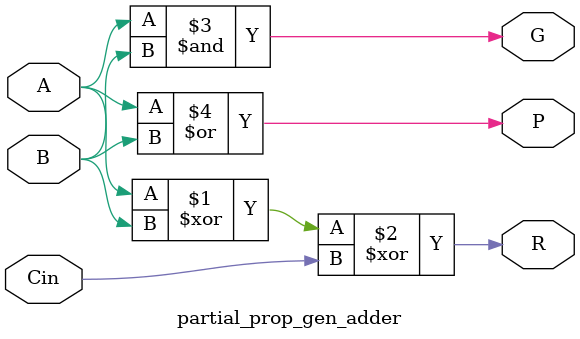
<source format=sv>
module partial_prop_gen_adder (A, B, Cin, R, P, G);
	input logic A, B, Cin;
	output logic R, P, G;
	
	xor(R, A, B, Cin);
	and(G, A, B);
	or(P, A, B);
	
endmodule // partial_prop_gen_adder
</source>
